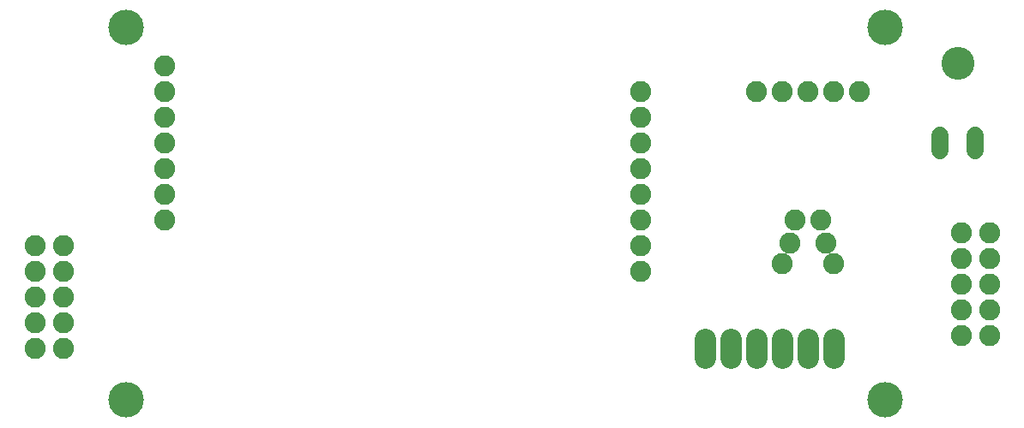
<source format=gbs>
G75*
%MOIN*%
%OFA0B0*%
%FSLAX25Y25*%
%IPPOS*%
%LPD*%
%AMOC8*
5,1,8,0,0,1.08239X$1,22.5*
%
%ADD10C,0.08200*%
%ADD11C,0.06824*%
%ADD12C,0.12808*%
%ADD13C,0.08200*%
%ADD14C,0.13800*%
D10*
X0281000Y0028550D02*
X0281000Y0035950D01*
X0291000Y0035950D02*
X0291000Y0028550D01*
X0301000Y0028550D02*
X0301000Y0035950D01*
X0311000Y0035950D02*
X0311000Y0028550D01*
X0321000Y0028550D02*
X0321000Y0035950D01*
X0331000Y0035950D02*
X0331000Y0028550D01*
D11*
X0372220Y0109238D02*
X0372220Y0115262D01*
X0386000Y0115262D02*
X0386000Y0109238D01*
D12*
X0379110Y0143392D03*
D13*
X0341000Y0132250D03*
X0331000Y0132250D03*
X0321000Y0132250D03*
X0311000Y0132250D03*
X0301000Y0132250D03*
X0256000Y0132250D03*
X0256000Y0122250D03*
X0256000Y0112250D03*
X0256000Y0102250D03*
X0256000Y0092250D03*
X0256000Y0082250D03*
X0256000Y0072250D03*
X0256000Y0062250D03*
X0311000Y0065250D03*
X0314000Y0073250D03*
X0328000Y0073250D03*
X0331000Y0065250D03*
X0326000Y0082250D03*
X0316000Y0082250D03*
X0380500Y0077250D03*
X0391500Y0077250D03*
X0391500Y0067250D03*
X0380500Y0067250D03*
X0380500Y0057250D03*
X0391500Y0057250D03*
X0391500Y0047250D03*
X0380500Y0047250D03*
X0380500Y0037250D03*
X0391500Y0037250D03*
X0071000Y0082250D03*
X0071000Y0092250D03*
X0071000Y0102250D03*
X0071000Y0112250D03*
X0071000Y0122250D03*
X0071000Y0132250D03*
X0071000Y0142250D03*
X0031500Y0072250D03*
X0020500Y0072250D03*
X0020500Y0062250D03*
X0031500Y0062250D03*
X0031500Y0052250D03*
X0020500Y0052250D03*
X0020500Y0042250D03*
X0031500Y0042250D03*
X0031500Y0032250D03*
X0020500Y0032250D03*
D14*
X0056000Y0012250D03*
X0351000Y0012250D03*
X0351000Y0157250D03*
X0056000Y0157250D03*
M02*

</source>
